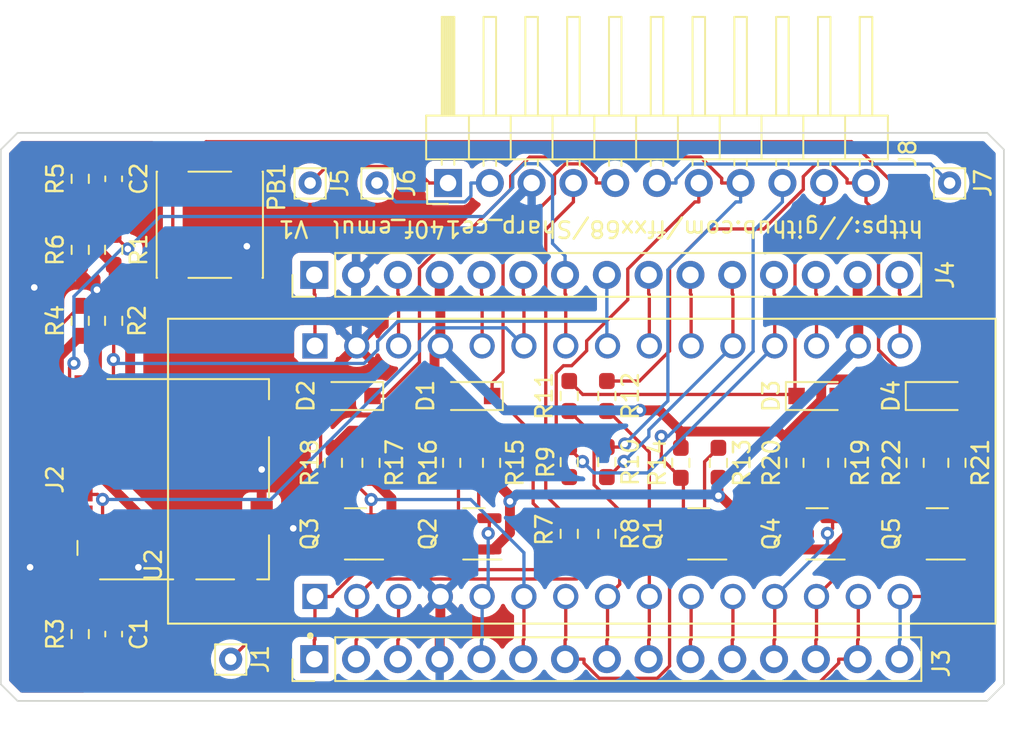
<source format=kicad_pcb>
(kicad_pcb (version 20211014) (generator pcbnew)
  (title_block (title "Sharp CE-140F Emulator") (date "2022-11-15") (rev "1") (comment 4 "AISLER Project ID: DIQRWUOC"))
  (layers (0 "F.Cu" signal) (31 "B.Cu" signal) (34 "B.Paste" user) (35 "F.Paste" user) (36 "B.SilkS" user "B.Silkscreen") (37 "F.SilkS" user "F.Silkscreen") (38 "B.Mask" user) (39 "F.Mask" user) (44 "Edge.Cuts" user))
  (property "CONFIGURATIONPARAMETERS" "")
  (property "CONFIGURATORNAME" "")
  (property "DOCUMENTNUMBER" "MB1136")
  (property "ISUSERCONFIGURABLE" "")
  (property "PROJECT" "NUCLEO-XXXXRX")
  (property "SHEETTOTAL" "5")
  (property "VERSIONCONTROL_PROJFOLDERREVNUMBER" "")
  (property "VERSIONCONTROL_REVNUMBER" "")
  (net 0 "")
  (net 1 "/conn_dout")
  (net 2 "/conn_din")
  (net 3 "/conn_sel2")
  (net 4 "/conn_sel1")
  (net 5 "+5V")
  (net 6 "GND")
  (net 7 "/conn_busy")
  (net 8 "/conn_xout")
  (net 9 "/conn_ack")
  (net 10 "+3V3")
  (net 11 "/sd_cd")
  (net 12 "/Level Conv2/conv_HV")
  (net 13 "/Level Conv3/conv_HV")
  (net 14 "/Level Conv4/conv_HV")
  (net 15 "/Level Conv5/conv_HV")
  (net 16 "/rc_btn")
  (net 17 "CN3_1")
  (net 18 "CN3_2")
  (net 19 "CN4_7")
  (net 20 "CN4_8")
  (net 21 "CN3_3")
  (net 22 "CN3_10")
  (net 23 "CN3_11")
  (net 24 "CN3_5")
  (net 25 "CN3_6")
  (net 26 "CN3_7")
  (net 27 "CN3_8")
  (net 28 "CN4_1")
  (net 29 "CN4_3")
  (net 30 "CN4_5")
  (net 31 "CN4_6")
  (net 32 "CN4_9")
  (net 33 "CN4_10")
  (net 34 "CN4_13")
  (net 35 "CN4_15")
  (net 36 "CN3_15")
  (net 37 "CN3_14")
  (net 38 "CN3_9")
  (net 39 "CN3_12")
  (net 40 "CN3_13")
  (net 41 "CN4_11")
  (net 42 "CN4_12")
  (net 43 "/conn_mtout2")
  (net 44 "/conn_vgg")
  (net 45 "/conn_xin")
  (footprint "Connector_Card:microSD_HC_Molex_104031-0811" (layer "F.Cu") (at 159.8295 137.922 90)
    (fp_text reference "J2")
    (fp_text value "Micro_SD_Card_Det")
  )
  (footprint "Capacitor_SMD:C_0603_1608Metric_Pad1.08x0.95mm_HandSolder" (layer "F.Cu") (at 156.21 147.32 90)
    (fp_text reference "C1")
    (fp_text value "100n")
  )
  (footprint "Resistor_SMD:R_0603_1608Metric_Pad0.98x0.95mm_HandSolder" (layer "F.Cu") (at 197.612 136.906 90)
    (fp_text reference "R20")
    (fp_text value "5k")
  )
  (footprint "Resistor_SMD:R_0603_1608Metric_Pad0.98x0.95mm_HandSolder" (layer "F.Cu") (at 154.178 128.27 90)
    (fp_text reference "R4")
    (fp_text value "47k")
  )
  (footprint "Resistor_SMD:R_0603_1608Metric_Pad0.98x0.95mm_HandSolder" (layer "F.Cu") (at 156.21 123.952 90)
    (fp_text reference "R1")
    (fp_text value "47k")
  )
  (footprint "Resistor_SMD:R_0603_1608Metric_Pad0.98x0.95mm_HandSolder" (layer "F.Cu") (at 204.9152 136.906 90)
    (fp_text reference "R22")
    (fp_text value "5k")
  )
  (footprint "Connector_Pin:Pin_D0.7mm_L6.5mm_W1.8mm_FlatFork" (layer "F.Cu") (at 163.322 148.844 90)
    (fp_text reference "J1")
    (fp_text value "Conn_01x01")
  )
  (footprint "Resistor_SMD:R_0603_1608Metric_Pad0.98x0.95mm_HandSolder" (layer "F.Cu") (at 200.152 136.906 -90)
    (fp_text reference "R19")
    (fp_text value "10k")
  )
  (footprint "Resistor_SMD:R_0603_1608Metric_Pad0.98x0.95mm_HandSolder" (layer "F.Cu") (at 186.182 141.224 -90)
    (fp_text reference "R8")
    (fp_text value "10k")
  )
  (footprint "Resistor_SMD:R_0603_1608Metric_Pad0.98x0.95mm_HandSolder" (layer "F.Cu") (at 179.1756 136.906 -90)
    (fp_text reference "R15")
    (fp_text value "10k")
  )
  (footprint "Resistor_SMD:R_0603_1608Metric_Pad0.98x0.95mm_HandSolder" (layer "F.Cu") (at 169.5617 136.906 90)
    (fp_text reference "R18")
    (fp_text value "5k")
  )
  (footprint "Connector_Pin:Pin_D0.7mm_L6.5mm_W1.8mm_FlatFork" (layer "F.Cu") (at 168.148 119.888 90)
    (fp_text reference "J5")
    (fp_text value "Conn_01x01")
  )
  (footprint "Package_TO_SOT_SMD:SOT-23" (layer "F.Cu") (at 198.9605 141.224 180)
    (fp_text reference "Q4")
    (fp_text value "BSS138")
  )
  (footprint "Diode_SMD:D_SOD-323_HandSoldering" (layer "F.Cu") (at 198.9605 132.842)
    (fp_text reference "D3")
    (fp_text value "1N4148")
  )
  (footprint "Diode_SMD:D_SOD-323_HandSoldering" (layer "F.Cu") (at 170.688 132.842 180)
    (fp_text reference "D2")
    (fp_text value "1N4148")
  )
  (footprint "Resistor_SMD:R_0603_1608Metric_Pad0.98x0.95mm_HandSolder" (layer "F.Cu") (at 154.178 147.32 -90)
    (fp_text reference "R3")
    (fp_text value "47k")
  )
  (footprint "Resistor_SMD:R_0603_1608Metric_Pad0.98x0.95mm_HandSolder" (layer "F.Cu") (at 154.178 123.952 90)
    (fp_text reference "R6")
    (fp_text value "100")
  )
  (footprint "MyLibrary:MODULE_NUCLEO-L432KC" (layer "F.Cu") (at 184.658 137.414 90)
    (fp_text reference "U2")
    (fp_text value "NUCLEO-L432KC")
  )
  (footprint "Connector_Pin:Pin_D0.7mm_L6.5mm_W1.8mm_FlatFork" (layer "F.Cu") (at 172.212 119.888 90)
    (fp_text reference "J6")
    (fp_text value "Conn_01x01")
  )
  (footprint "Resistor_SMD:R_0603_1608Metric_Pad0.98x0.95mm_HandSolder" (layer "F.Cu") (at 171.8477 136.906 -90)
    (fp_text reference "R17")
    (fp_text value "10k")
  )
  (footprint "Diode_SMD:D_SOD-323_HandSoldering" (layer "F.Cu") (at 177.9587 132.842 180)
    (fp_text reference "D1")
    (fp_text value "1N4148")
  )
  (footprint "Connector_PinHeader_2.54mm:PinHeader_1x11_P2.54mm_Horizontal" (layer "F.Cu") (at 176.53 119.888 90)
    (fp_text reference "J8")
    (fp_text value "Sharp PC 11-pin")
  )
  (footprint "Connector_Pin:Pin_D0.7mm_L6.5mm_W1.8mm_FlatFork" (layer "F.Cu") (at 207.01 119.888 90)
    (fp_text reference "J7")
    (fp_text value "Conn_01x01")
  )
  (footprint "Package_TO_SOT_SMD:SOT-23" (layer "F.Cu") (at 170.9102 141.224 180)
    (fp_text reference "Q3")
    (fp_text value "BSS138")
  )
  (footprint "Resistor_SMD:R_0603_1608Metric_Pad0.98x0.95mm_HandSolder" (layer "F.Cu") (at 156.21 128.27 -90)
    (fp_text reference "R2")
    (fp_text value "47k")
  )
  (footprint "Resistor_SMD:R_0603_1608Metric_Pad0.98x0.95mm_HandSolder" (layer "F.Cu") (at 207.4552 136.906 -90)
    (fp_text reference "R21")
    (fp_text value "10k")
  )
  (footprint "Package_TO_SOT_SMD:SOT-23" (layer "F.Cu") (at 178.1007 141.224 180)
    (fp_text reference "Q2")
    (fp_text value "BSS138")
  )
  (footprint "Resistor_SMD:R_0603_1608Metric_Pad0.98x0.95mm_HandSolder" (layer "F.Cu") (at 186.182 136.859 -90)
    (fp_text reference "R10")
    (fp_text value "10k")
  )
  (footprint "Package_TO_SOT_SMD:SOT-23" (layer "F.Cu") (at 191.77 141.224 180)
    (fp_text reference "Q1")
    (fp_text value "BSS138")
  )
  (footprint "Diode_SMD:D_SOD-323_HandSoldering" (layer "F.Cu") (at 206.248 132.842)
    (fp_text reference "D4")
    (fp_text value "1N4148")
  )
  (footprint "Resistor_SMD:R_0603_1608Metric_Pad0.98x0.95mm_HandSolder" (layer "F.Cu") (at 183.896 141.224 -90)
    (fp_text reference "R7")
    (fp_text value "10k")
  )
  (footprint "Resistor_SMD:R_0603_1608Metric_Pad0.98x0.95mm_HandSolder" (layer "F.Cu") (at 192.9615 136.906 -90)
    (fp_text reference "R13")
    (fp_text value "10k")
  )
  (footprint "Resistor_SMD:R_0603_1608Metric_Pad0.98x0.95mm_HandSolder" (layer "F.Cu") (at 186.182 132.842 -90)
    (fp_text reference "R12")
    (fp_text value "10k")
  )
  (footprint "Button_Switch_SMD:SW_Push_1P1T_NO_6x6mm_H9.5mm" (layer "F.Cu") (at 162.052 122.428 90)
    (fp_text reference "PB1")
    (fp_text value "User_button")
  )
  (footprint "Package_TO_SOT_SMD:SOT-23" (layer "F.Cu") (at 206.2637 141.224 180)
    (fp_text reference "Q5")
    (fp_text value "BSS138")
  )
  (footprint "Capacitor_SMD:C_0603_1608Metric_Pad1.08x0.95mm_HandSolder" (layer "F.Cu") (at 156.21 119.634 -90)
    (fp_text reference "C2")
    (fp_text value "100n")
  )
  (footprint "Resistor_SMD:R_0603_1608Metric_Pad0.98x0.95mm_HandSolder" (layer "F.Cu") (at 183.896 136.859 90)
    (fp_text reference "R9")
    (fp_text value "10k")
  )
  (footprint "Resistor_SMD:R_0603_1608Metric_Pad0.98x0.95mm_HandSolder" (layer "F.Cu") (at 190.6755 136.906 90)
    (fp_text reference "R14")
    (fp_text value "5k")
  )
  (footprint "Resistor_SMD:R_0603_1608Metric_Pad0.98x0.95mm_HandSolder" (layer "F.Cu") (at 176.7522 136.906 90)
    (fp_text reference "R16")
    (fp_text value "5k")
  )
  (footprint "Resistor_SMD:R_0603_1608Metric_Pad0.98x0.95mm_HandSolder" (layer "F.Cu") (at 154.178 119.634 -90)
    (fp_text reference "R5")
    (fp_text value "47k")
  )
  (footprint "Connector_PinHeader_2.54mm:PinHeader_1x15_P2.54mm_Vertical" (layer "F.Cu") (at 168.402 125.476 90)
    (fp_text reference "J4")
    (fp_text value "Conn_01x15")
  )
  (footprint "Resistor_SMD:R_0603_1608Metric_Pad0.98x0.95mm_HandSolder" (layer "F.Cu") (at 183.896 132.842 -90)
    (fp_text reference "R11")
    (fp_text value "10k")
  )
  (footprint "Connector_PinHeader_2.54mm:PinHeader_1x15_P2.54mm_Vertical" (layer "F.Cu") (at 168.402 148.844 90)
    (fp_text reference "J3")
    (fp_text value "Conn_01x15")
  )
  (gr_line (start 150.368 116.84) (end 149.352 117.856) (layer "Edge.Cuts") (width 0.1))
  (gr_line (start 149.352 150.368) (end 150.368 151.384) (layer "Edge.Cuts") (width 0.1))
  (gr_line (start 210.312 150.368) (end 209.296 151.384) (layer "Edge.Cuts") (width 0.1))
  (gr_line (start 209.296 116.84) (end 210.312 117.856) (layer "Edge.Cuts") (width 0.1))
  (gr_line (start 210.312 117.856) (end 210.312 150.368) (layer "Edge.Cuts") (width 0.1))
  (gr_line (start 209.296 151.384) (end 150.368 151.384) (layer "Edge.Cuts") (width 0.1))
  (gr_line (start 150.368 116.84) (end 209.296 116.84) (layer "Edge.Cuts") (width 0.1))
  (gr_line (start 149.352 117.856) (end 149.352 150.368) (layer "Edge.Cuts") (width 0.1))
  (gr_text "V1" (at 167.132 122.682 -180) (layer "F.SilkS") (effects (font (size 1 1))))
  (gr_text "https://github.com/ffxx68/Sharp_ce140f_emul" (at 187.452 122.682 -180) (layer "F.SilkS") (effects (font (size 1 1))))
  (segment (start 183.658 118.7248) (end 182.9996 119.3832) (width 0.2) (layer "F.Cu") (net 1))
  (segment (start 182.9996 120.5216) (end 179.873 123.6482) (width 0.2) (layer "F.Cu") (net 1))
  (segment (start 184.6641 118.7248) (end 183.658 118.7248) (width 0.2) (layer "F.Cu") (net 1))
  (segment (start 185.5397 119.6004) (end 184.6641 118.7248) (width 0.2) (layer "F.Cu") (net 1))
  (segment (start 182.9996 119.3832) (end 182.9996 120.5216) (width 0.2) (layer "F.Cu") (net 1))
  (segment (start 181.7019 135.1352) (end 181.7019 139.3671) (width 0.2) (layer "F.Cu") (net 1))
  (segment (start 179.2087 132.842) (end 179.2087 132.642) (width 0.2) (layer "F.Cu") (net 1))
  (segment (start 185.5397 119.888) (end 185.5397 119.6004) (width 0.2) (layer "F.Cu") (net 1))
  (segment (start 185.3838 141.1097) (end 186.182 140.3115) (width 0.2) (layer "F.Cu") (net 1))
  (segment (start 179.873 123.6482) (end 179.873 131.3774) (width 0.2) (layer "F.Cu") (net 1))
  (segment (start 179.873 131.3774) (end 179.2087 132.0417) (width 0.2) (layer "F.Cu") (net 1))
  (segment (start 179.2087 132.642) (end 179.2087 132.0417) (width 0.2) (layer "F.Cu") (net 1))
  (segment (start 181.7019 139.3671) (end 183.4445 141.1097) (width 0.2) (layer "F.Cu") (net 1))
  (segment (start 183.4445 141.1097) (end 185.3838 141.1097) (width 0.2) (layer "F.Cu") (net 1))
  (segment (start 186.69 119.888) (end 185.5397 119.888) (width 0.2) (layer "F.Cu") (net 1))
  (segment (start 179.2087 132.642) (end 181.7019 135.1352) (width 0.2) (layer "F.Cu") (net 1))
  (segment (start 191.8719 118.3126) (end 181.4917 118.3126) (width 0.2) (layer "F.Cu") (net 2))
  (segment (start 177.2178 123.3955) (end 176.4727 123.3955) (width 0.2) (layer "F.Cu") (net 2))
  (segment (start 194.31 119.888) (end 193.1597 119.888) (width 0.2) (layer "F.Cu") (net 2))
  (segment (start 174.793 130.7873) (end 172.7383 132.842) (width 0.2) (layer "F.Cu") (net 2))
  (segment (start 186.182 135.9465) (end 187.0829 135.9465) (width 0.2) (layer "F.Cu") (net 2))
  (segment (start 180.34 119.4643) (end 180.34 120.2733) (width 0.2) (layer "F.Cu") (net 2))
  (segment (start 174.793 125.0752) (end 174.793 130.7873) (width 0.2) (layer "F.Cu") (net 2))
  (segment (start 181.4917 118.3126) (end 180.34 119.4643) (width 0.2) (layer "F.Cu") (net 2))
  (segment (start 171.938 132.842) (end 172.7383 132.842) (width 0.2) (layer "F.Cu") (net 2))
  (segment (start 176.4727 123.3955) (end 174.793 125.0752) (width 0.2) (layer "F.Cu") (net 2))
  (segment (start 180.34 120.2733) (end 177.2178 123.3955) (width 0.2) (layer "F.Cu") (net 2))
  (segment (start 193.1597 119.6004) (end 191.8719 118.3126) (width 0.2) (layer "F.Cu") (net 2))
  (segment (start 193.1597 119.888) (end 193.1597 119.6004) (width 0.2) (layer "F.Cu") (net 2))
  (segment (start 187.0829 135.9465) (end 187.2687 135.7607) (width 0.2) (layer "F.Cu") (net 2))
  (via (at 187.2687 135.7607) (size 0.8) (drill 0.4) (layers "F.Cu" "B.Cu") (net 2))
  (segment (start 187.2687 135.7607) (end 189.8895 133.1399) (width 0.2) (layer "B.Cu") (net 2))
  (segment (start 194.0224 121.0383) (end 194.31 121.0383) (width 0.2) (layer "B.Cu") (net 2))
  (segment (start 189.8895 133.1399) (end 189.8895 125.1712) (width 0.2) (layer "B.Cu") (net 2))
  (segment (start 194.31 119.888) (end 194.31 121.0383) (width 0.2) (layer "B.Cu") (net 2))
  (segment (start 189.8895 125.1712) (end 194.0224 121.0383) (width 0.2) (layer "B.Cu") (net 2))
  (segment (start 183.896 131.9295) (end 184.7134 132.7469) (width 0.2) (layer "F.Cu") (net 3))
  (segment (start 184.7134 132.7469) (end 197.6154 132.7469) (width 0.2) (layer "F.Cu") (net 3))
  (segment (start 197.7105 132.842) (end 197.6154 132.7469) (width 0.2) (layer "F.Cu") (net 3))
  (segment (start 197.6154 122.8129) (end 199.39 121.0383) (width 0.2) (layer "F.Cu") (net 3))
  (segment (start 199.39 119.888) (end 199.39 121.0383) (width 0.2) (layer "F.Cu") (net 3))
  (segment (start 197.6154 132.7469) (end 197.6154 122.8129) (width 0.2) (layer "F.Cu") (net 3))
  (segment (start 189.992 130.1025) (end 189.992 125.0597) (width 0.2) (layer "F.Cu") (net 4))
  (segment (start 204.998 132.0417) (end 204.6979 132.0417) (width 0.2) (layer "F.Cu") (net 4))
  (segment (start 192.3697 122.682) (end 195.7203 122.682) (width 0.2) (layer "F.Cu") (net 4))
  (segment (start 204.6979 132.0417) (end 202.692 130.0358) (width 0.2) (layer "F.Cu") (net 4))
  (segment (start 198.12 119.4952) (end 198.8824 118.7328) (width 0.2) (layer "F.Cu") (net 4))
  (segment (start 201.93 119.888) (end 200.7797 119.888) (width 0.2) (layer "F.Cu") (net 4))
  (segment (start 199.8629 118.7328) (end 200.7797 119.6496) (width 0.2) (layer "F.Cu") (net 4))
  (segment (start 186.182 131.9295) (end 188.165 131.9295) (width 0.2) (layer "F.Cu") (net 4))
  (segment (start 204.998 132.842) (end 204.998 132.0417) (width 0.2) (layer "F.Cu") (net 4))
  (segment (start 195.7203 122.682) (end 198.12 120.2823) (width 0.2) (layer "F.Cu") (net 4))
  (segment (start 202.692 130.0358) (end 202.692 121.8003) (width 0.2) (layer "F.Cu") (net 4))
  (segment (start 202.692 121.8003) (end 201.93 121.0383) (width 0.2) (layer "F.Cu") (net 4))
  (segment (start 198.8824 118.7328) (end 199.8629 118.7328) (width 0.2) (layer "F.Cu") (net 4))
  (segment (start 189.992 125.0597) (end 192.3697 122.682) (width 0.2) (layer "F.Cu") (net 4))
  (segment (start 188.165 131.9295) (end 189.992 130.1025) (width 0.2) (layer "F.Cu") (net 4))
  (segment (start 200.7797 119.6496) (end 200.7797 119.888) (width 0.2) (layer "F.Cu") (net 4))
  (segment (start 198.12 120.2823) (end 198.12 119.4952) (width 0.2) (layer "F.Cu") (net 4))
  (segment (start 201.93 119.888) (end 201.93 121.0383) (width 0.2) (layer "F.Cu") (net 4))
  (segment (start 175.7083 130.1487) (end 176.063 129.794) (width 0.6) (layer "F.Cu") (net 5))
  (segment (start 188.1819 133.713) (end 189.3861 133.713) (width 0.6) (layer "F.Cu") (net 5))
  (segment (start 199.2101 133.1024) (end 196.9655 135.347) (width 0.6) (layer "F.Cu") (net 5))
  (segment (start 176.7522 135.9935) (end 175.7083 134.9496) (width 0.6) (layer "F.Cu") (net 5))
  (segment (start 176.022 125.476) (end 176.022 126.8263) (width 0.6) (layer "F.Cu") (net 5))
  (segment (start 189.3861 133.713) (end 190.6755 135.0024) (width 0.6) (layer "F.Cu") (net 5))
  (segment (start 199.4652 131.8345) (end 199.2101 132.0896) (width 0.6) (layer "F.Cu") (net 5))
  (segment (start 196.9655 135.347) (end 197.612 135.9935) (width 0.6) (layer "F.Cu") (net 5))
  (segment (start 204.9152 135.754) (end 200.9957 131.8345) (width 0.6) (layer "F.Cu") (net 5))
  (segment (start 169.5617 135.9935) (end 170.6056 134.9496) (width 0.6) (layer "F.Cu") (net 5))
  (segment (start 175.7083 134.9496) (end 175.7083 130.1487) (width 0.6) (layer "F.Cu") (net 5))
  (segment (start 200.9957 131.8345) (end 199.4652 131.8345) (width 0.6) (layer "F.Cu") (net 5))
  (segment (start 176.022 126.8263) (end 176.063 126.8673) (width 0.6) (layer "F.Cu") (net 5))
  (segment (start 170.6056 134.9496) (end 175.7083 134.9496) (width 0.6) (layer "F.Cu") (net 5))
  (segment (start 190.6755 135.0024) (end 196.6209 135.0024) (width 0.6) (layer "F.Cu") (net 5))
  (segment (start 176.063 126.8673) (end 176.063 129.794) (width 0.6) (layer "F.Cu") (net 5))
  (segment (start 190.6755 135.0024) (end 190.6755 135.9935) (width 0.6) (layer "F.Cu") (net 5))
  (segment (start 199.2101 132.0896) (end 199.2101 133.1024) (width 0.6) (layer "F.Cu") (net 5))
  (segment (start 204.9152 135.9935) (end 204.9152 135.754) (width 0.6) (layer "F.Cu") (net 5))
  (segment (start 196.6209 135.0024) (end 196.9655 135.347) (width 0.6) (layer "F.Cu") (net 5))
  (via (at 188.1819 133.713) (size 0.8) (drill 0.4) (layers "F.Cu" "B.Cu") (net 5))
  (segment (start 179.982 133.713) (end 188.1819 133.713) (width 0.6) (layer "B.Cu") (net 5))
  (segment (start 176.063 129.794) (end 179.982 133.713) (width 0.6) (layer "B.Cu") (net 5))
  (segment (start 167.122 140.8885) (end 167.1063 140.8885) (width 0.6) (layer "F.Cu") (net 6))
  (segment (start 155.4298 132.7717) (end 155.4298 135.527) (width 0.6) (layer "F.Cu") (net 6))
  (segment (start 154.178 125.364) (end 155.1939 126.3799) (width 0.6) (layer "F.Cu") (net 6))
  (segment (start 167.1063 140.8885) (end 166.3798 140.162) (width 0.6) (layer "F.Cu") (net 6))
  (segment (start 169.7109 131.0661) (end 170.983 129.794) (width 0.6) (layer "F.Cu") (net 6))
  (segment (start 167.1107 130.8355) (end 165.2045 132.7417) (width 0.6) (layer "F.Cu") (net 6))
  (segment (start 155.1939 126.3799) (end 155.1939 131.7026) (width 0.6) (layer "F.Cu") (net 6))
  (segment (start 165.2045 140.162) (end 166.3798 140.162) (width 0.6) (layer "F.Cu") (net 6))
  (segment (start 157.7116 143.2582) (end 156.969 143.2582) (width 0.6) (layer "F.Cu") (net 6))
  (segment (start 154.7773 132.1192) (end 154.7295 132.167) (width 0.6) (layer "F.Cu") (net 6))
  (segment (start 176.063 147.4527) (end 176.063 145.034) (width 0.6) (layer "F.Cu") (net 6))
  (segment (start 176.022 148.844) (end 176.022 147.4937) (width 0.6) (layer "F.Cu") (net 6))
  (segment (start 167.3413 131.0661) (end 169.7109 131.0661) (width 0.6) (layer "F.Cu") (net 6))
  (segment (start 156.969 143.2582) (end 156.21 144.0172) (width 0.6) (layer "F.Cu") (net 6))
  (segment (start 154.178 124.8645) (end 154.178 125.364) (width 0.6) (layer "F.Cu") (net 6))
  (segment (start 164.302 123.734) (end 164.302 126.403) (width 0.6) (layer "F.Cu") (net 6))
  (segment (start 165.2045 140.162) (end 165.2045 137.3095) (width 0.6) (layer "F.Cu") (net 6))
  (segment (start 154.3795 135.527) (end 155.4298 135.527) (width 0.6) (layer "F.Cu") (net 6))
  (segment (start 155.1939 131.7026) (end 154.7773 132.1192) (width 0.6) (layer "F.Cu") (net 6))
  (segment (start 164.302 118.453) (end 164.302 123.734) (width 0.6) (layer "F.Cu") (net 6))
  (segment (start 165.2045 137.3095) (end 165.2045 134.192) (width 0.6) (layer "F.Cu") (net 6))
  (segment (start 176.022 147.4937) (end 176.063 147.4527) (width 0.6) (layer "F.Cu") (net 6))
  (segment (start 164.302 126.403) (end 164.302 128.0268) (width 0.6) (layer "F.Cu") (net 6))
  (segment (start 154.7773 132.1192) (end 155.4298 132.7717) (width 0.6) (layer "F.Cu") (net 6))
  (segment (start 164.302 128.0268) (end 167.1107 130.8355) (width 0.6) (layer "F.Cu") (net 6))
  (segment (start 156.21 146.4575) (end 156.21 144.0172) (width 0.6) (layer "F.Cu") (net 6))
  (segment (start 156.21 144.0172) (end 155.6798 143.487) (width 0.6) (layer "F.Cu") (net 6))
  (segment (start 154.5045 143.487) (end 155.6798 143.487) (width 0.6) (layer "F.Cu") (net 6))
  (segment (start 167.1107 130.8355) (end 167.3413 131.0661) (width 0.6) (layer "F.Cu") (net 6))
  (segment (start 165.2045 134.192) (end 165.2045 132.7417) (width 0.6) (layer "F.Cu") (net 6))
  (via (at 167.122 140.8885) (size 0.8) (drill 0.4) (layers "F.Cu" "B.Cu") (net 6))
  (via (at 151.13 143.256) (size 0.8) (drill 0.4) (layers "F.Cu" "B.Cu") (net 6))
  (via (at 165.2045 137.3095) (size 0.8) (drill 0.4) (layers "F.Cu" "B.Cu") (net 6))
  (via (at 157.7116 143.2582) (size 0.8) (drill 0.4) (layers "F.Cu" "B.Cu") (net 6))
  (via (at 164.302 123.734) (size 0.8) (drill 0.4) (layers "F.Cu" "B.Cu") (net 6))
  (via (at 151.384 126.238) (size 0.8) (drill 0.4) (layers "F.Cu" "B.Cu") (net 6))
  (via (at 155.1939 126.3799) (size 0.8) (drill 0.4) (layers "F.Cu" "B.Cu") (net 6))
  (segment (start 167.122 140.8885) (end 160.0813 140.8885) (width 0.6) (layer "B.Cu") (net 6))
  (segment (start 160.0813 140.8885) (end 157.7116 143.2582) (width 0.6) (layer "B.Cu") (net 6))
  (segment (start 173.4542 122.9638) (end 178.5342 122.9638) (width 0.6) (layer "B.Cu") (net 6))
  (segment (start 170.3465 127.4218) (end 170.942 126.8263) (width 0.6) (layer "B.Cu") (net 6))
  (segment (start 156.2358 127.4218) (end 170.3465 127.4218) (width 0.6) (layer "B.Cu") (net 6))
  (segment (start 170.3465 127.4218) (end 170.983 128.0583) (width 0.6) (layer "B.Cu") (net 6))
  (segment (start 155.1939 126.3799) (end 156.2358 127.4218) (width 0.6) (layer "B.Cu") (net 6))
  (segment (start 171.9175 140.8885) (end 167.122 140.8885) (width 0.6) (layer "B.Cu") (net 6))
  (segment (start 170.942 125.476) (end 173.4542 122.9638) (width 0.6) (layer "B.Cu") (net 6))
  (segment (start 178.5342 122.9638) (end 181.61 119.888) (width 0.6) (layer "B.Cu") (net 6))
  (segment (start 170.983 128.0583) (end 170.983 129.794) (width 0.6) (layer "B.Cu") (net 6))
  (segment (start 176.063 145.034) (end 171.9175 140.8885) (width 0.6) (layer "B.Cu") (net 6))
  (segment (start 170.942 125.476) (end 170.942 126.8263) (width 0.6) (layer "B.Cu") (net 6))
  (segment (start 182.4684 138.8839) (end 182.4684 122.7199) (width 0.2) (layer "F.Cu") (net 7))
  (segment (start 183.896 140.3115) (end 182.4684 138.8839) (width 0.2) (layer "F.Cu") (net 7))
  (segment (start 184.15 119.888) (end 184.15 121.0383) (width 0.2) (layer "F.Cu") (net 7))
  (segment (start 182.4684 122.7199) (end 184.15 121.0383) (width 0.2) (layer "F.Cu") (net 7))
  (segment (start 187.452 126.9943) (end 187.452 125.118) (width 0.2) (layer "F.Cu") (net 8))
  (segment (start 183.1045 136.98) (end 183.1045 131.4371) (width 0.2) (layer "F.Cu") (net 8))
  (segment (start 184.0408 131) (end 184.953 130.0878) (width 0.2) (layer "F.Cu") (net 8))
  (segment (start 191.77 119.888) (end 191.77 121.0383) (width 0.2) (layer "F.Cu") (net 8))
  (segment (start 183.1045 131.4371) (end 183.5416 131) (width 0.2) (layer "F.Cu") (net 8))
  (segment (start 184.953 129.4933) (end 187.452 126.9943) (width 0.2) (layer "F.Cu") (net 8))
  (segment (start 183.896 137.7715) (end 183.1045 136.98) (width 0.2) (layer "F.Cu") (net 8))
  (segment (start 187.452 125.118) (end 191.5317 121.0383) (width 0.2) (layer "F.Cu") (net 8))
  (segment (start 191.5317 121.0383) (end 191.77 121.0383) (width 0.2) (layer "F.Cu") (net 8))
  (segment (start 184.953 130.0878) (end 184.953 129.4933) (width 0.2) (layer "F.Cu") (net 8))
  (segment (start 183.5416 131) (end 184.0408 131) (width 0.2) (layer "F.Cu") (net 8))
  (segment (start 190.8325 137.9755) (end 190.6755 137.8185) (width 0.2) (layer "F.Cu") (net 9))
  (segment (start 190.6755 137.8185) (end 189.491 136.634) (width 0.2) (layer "F.Cu") (net 9))
  (segment (start 190.8325 141.224) (end 190.8325 137.9755) (width 0.2) (layer "F.Cu") (net 9))
  (segment (start 189.491 136.634) (end 189.491 135.2976) (width 0.2) (layer "F.Cu") (net 9))
  (via (at 189.491 135.2976) (size 0.8) (drill 0.4) (layers "F.Cu" "B.Cu") (net 9))
  (segment (start 189.9021 135.2976) (end 195.072 130.1277) (width 0.2) (layer "B.Cu") (net 9))
  (segment (start 196.85 119.888) (end 196.85 121.0383) (width 0.2) (layer "B.Cu") (net 9))
  (segment (start 195.072 130.1277) (end 195.072 122.8163) (width 0.2) (layer "B.Cu") (net 9))
  (segment (start 189.491 135.2976) (end 189.9021 135.2976) (width 0.2) (layer "B.Cu") (net 9))
  (segment (start 195.072 122.8163) (end 196.85 121.0383) (width 0.2) (layer "B.Cu") (net 9))
  (segment (start 156.21 148.1112) (end 155.8817 148.1112) (width 0.6) (layer "F.Cu") (net 10))
  (segment (start 153.3292 137.727) (end 152.8822 137.28) (width 0.6) (layer "F.Cu") (net 10))
  (segment (start 201.422 126.8263) (end 201.463 126.8673) (width 0.6) (layer "F.Cu") (net 10))
  (segment (start 155.194 121.5625) (end 154.178 120.5465) (width 0.6) (layer "F.Cu") (net 10))
  (segment (start 156.21 148.1112) (end 156.21 148.1825) (width 0.6) (layer "F.Cu") (net 10))
  (segment (start 201.1364 138.8029) (end 201.1364 140.9356) (width 0.6) (layer "F.Cu") (net 10))
  (segment (start 192.9615 137.8185) (end 192.9615 138.9098) (width 0.6) (layer "F.Cu") (net 10))
  (segment (start 174.3295 142.174) (end 179.0382 142.174) (width 0.6) (layer "F.Cu") (net 10))
  (segment (start 193.0812 138.9098) (end 193.9459 139.7745) (width 0.6) (layer "F.Cu") (net 10))
  (segment (start 207.4552 137.8185) (end 208.4611 138.8244) (width 0.6) (layer "F.Cu") (net 10))
  (segment (start 156.21 124.8645) (end 155.194 123.8485) (width 0.6) (layer "F.Cu") (net 10))
  (segment (start 192.9615 138.9098) (end 193.0812 138.9098) (width 0.6) (layer "F.Cu") (net 10))
  (segment (start 152.8822 137.28) (end 152.8822 130.4783) (width 0.6) (layer "F.Cu") (net 10))
  (segment (start 152.8822 130.4783) (end 154.178 129.1825) (width 0.6) (layer "F.Cu") (net 10))
  (segment (start 157.2124 128.3599) (end 157.2124 135.9444) (width 0.6) (layer "F.Cu") (net 10))
  (segment (start 173.0886 140.9331) (end 171.8477 142.174) (width 0.6) (layer "F.Cu") (net 10))
  (segment (start 157.2124 135.9444) (end 155.4298 137.727) (width 0.6) (layer "F.Cu") (net 10))
  (segment (start 155.194 123.8485) (end 155.194 121.5625) (width 0.6) (layer "F.Cu") (net 10))
  (segment (start 173.0886 139.0594) (end 171.8477 137.8185) (width 0.6) (layer "F.Cu") (net 10))
  (segment (start 201.422 125.476) (end 201.422 126.8263) (width 0.6) (layer "F.Cu") (net 10))
  (segment (start 156.21 127.3575) (end 157.2124 128.3599) (width 0.6) (layer "F.Cu") (net 10))
  (segment (start 158.8262 145.495) (end 156.21 148.1112) (width 0.6) (layer "F.Cu") (net 10))
  (segment (start 180.2915 138.9344) (end 180.2915 139.2462) (width 0.6) (layer "F.Cu") (net 10))
  (segment (start 200.152 137.8185) (end 201.1364 138.8029) (width 0.6) (layer "F.Cu") (net 10))
  (segment (start 173.0886 140.9331) (end 173.0886 139.0594) (width 0.6) (layer "F.Cu") (net 10))
  (segment (start 159.5293 142.174) (end 159.5293 141.8265) (width 0.6) (layer "F.Cu") (net 10))
  (segment (start 154.3795 137.727) (end 155.4298 137.727) (width 0.6) (layer "F.Cu") (net 10))
  (segment (start 159.5293 141.8265) (end 155.4298 137.727) (width 0.6) (layer "F.Cu") (net 10))
  (segment (start 180.2915 139.2462) (end 180.2915 141.1579) (width 0.6) (layer "F.Cu") (net 10))
  (segment (start 201.1364 140.9356) (end 202.3748 142.174) (width 0.6) (layer "F.Cu") (net 10))
  (segment (start 180.2915 141.1579) (end 179.2754 142.174) (width 0.6) (layer "F.Cu") (net 10))
  (segment (start 201.463 126.8673) (end 201.463 129.794) (width 0.6) (layer "F.Cu") (net 10))
  (segment (start 154.3795 137.727) (end 153.3292 137.727) (width 0.6) (layer "F.Cu") (net 10))
  (segment (start 202.3748 142.174) (end 207.2012 142.174) (width 0.6) (layer "F.Cu") (net 10))
  (segment (start 159.5293 142.174) (end 158.8262 142.8771) (width 0.6) (layer "F.Cu") (net 10))
  (segment (start 201.1364 140.9356) (end 199.898 142.174) (width 0.6) (layer "F.Cu") (net 10))
  (segment (start 193.9459 139.7745) (end 193.9459 140.9356) (width 0.6) (layer "F.Cu") (net 10))
  (segment (start 156.21 127.3575) (end 156.21 124.8645) (width 0.6) (layer "F.Cu") (net 10))
  (segment (start 173.0886 140.9331) (end 174.3295 142.174) (width 0.6) (layer "F.Cu") (net 10))
  (segment (start 208.4611 138.8244) (end 208.4611 140.9141) (width 0.6) (layer "F.Cu") (net 10))
  (segment (start 179.1756 137.8185) (end 180.2915 138.9344) (width 0.6) (layer "F.Cu") (net 10))
  (segment (start 199.898 142.174) (end 195.1843 142.174) (width 0.6) (layer "F.Cu") (net 10))
  (segment (start 179.2754 142.174) (end 179.0382 142.174) (width 0.6) (layer "F.Cu") (net 10))
  (segment (start 193.9459 140.9356) (end 192.7075 142.174) (width 0.6) (layer "F.Cu") (net 10))
  (segment (start 195.1843 142.174) (end 193.9459 140.9356) (width 0.6) (layer "F.Cu") (net 10))
  (segment (start 208.4611 140.9141) (end 207.2012 142.174) (width 0.6) (layer "F.Cu") (net 10))
  (segment (start 158.8262 142.8771) (end 158.8262 145.495) (width 0.6) (layer "F.Cu") (net 10))
  (segment (start 171.8477 142.174) (end 159.5293 142.174) (width 0.6) (layer "F.Cu") (net 10))
  (segment (start 155.8817 148.1112) (end 154.178 146.4075) (width 0.6) (layer "F.Cu") (net 10))
  (via (at 192.9615 138.9098) (size 0.8) (drill 0.4) (layers "F.Cu" "B.Cu") (net 10))
  (via (at 180.2915 139.2462) (size 0.8) (drill 0.4) (layers "F.Cu" "B.Cu") (net 10))
  (segment (start 201.463 129.794) (end 192.8291 138.4279) (width 0.6) (layer "B.Cu") (net 10))
  (segment (start 180.7087 138.829) (end 180.2915 139.2462) (width 0.6) (layer "B.Cu") (net 10))
  (segment (start 192.8291 138.4279) (end 192.8291 138.829) (width 0.6) (layer "B.Cu") (net 10))
  (segment (start 192.9099 138.9098) (end 192.9615 138.9098) (width 0.6) (layer "B.Cu") (net 10))
  (segment (start 192.8291 138.829) (end 180.7087 138.829) (width 0.6) (layer "B.Cu") (net 10))
  (segment (start 192.8291 138.829) (end 192.9099 138.9098) (width 0.6) (layer "B.Cu") (net 10))
  (segment (start 163.322 148.844) (end 164.2295 147.9365) (width 0.2) (layer "F.Cu") (net 11))
  (segment (start 164.2295 147.9365) (end 164.2295 143.662) (width 0.2) (layer "F.Cu") (net 11))
  (segment (start 177.5345 134.4681) (end 176.7087 133.6423) (width 0.2) (layer "F.Cu") (net 12))
  (segment (start 177.5345 137.0362) (end 177.5345 134.4681) (width 0.2) (layer "F.Cu") (net 12))
  (segment (start 176.7087 132.842) (end 176.7087 133.6423) (width 0.2) (layer "F.Cu") (net 12))
  (segment (start 177.1632 141.224) (end 177.1632 138.2295) (width 0.2) (layer "F.Cu") (net 12))
  (segment (start 177.1632 138.2295) (end 176.7522 137.8185) (width 0.2) (layer "F.Cu") (net 12))
  (segment (start 176.7522 137.8185) (end 177.5345 137.0362) (width 0.2) (layer "F.Cu") (net 12))
  (segment (start 168.7852 137.042) (end 168.7852 134.2951) (width 0.2) (layer "F.Cu") (net 13))
  (segment (start 168.7852 134.2951) (end 169.438 133.6423) (width 0.2) (layer "F.Cu") (net 13))
  (segment (start 169.5617 137.8185) (end 168.7852 137.042) (width 0.2) (layer "F.Cu") (net 13))
  (segment (start 169.438 132.842) (end 169.438 133.6423) (width 0.2) (layer "F.Cu") (net 13))
  (segment (start 169.5617 140.813) (end 169.5617 137.8185) (width 0.2) (layer "F.Cu") (net 13))
  (segment (start 169.9727 141.224) (end 169.5617 140.813) (width 0.2) (layer "F.Cu") (net 13))
  (segment (start 197.612 137.8185) (end 197.612 140.813) (width 0.2) (layer "F.Cu") (net 14))
  (segment (start 200.2105 133.6423) (end 198.6482 135.2046) (width 0.2) (layer "F.Cu") (net 14))
  (segment (start 197.612 140.813) (end 198.023 141.224) (width 0.2) (layer "F.Cu") (net 14))
  (segment (start 198.6482 135.2046) (end 198.6482 136.7823) (width 0.2) (layer "F.Cu") (net 14))
  (segment (start 200.2105 132.842) (end 200.2105 133.6423) (width 0.2) (layer "F.Cu") (net 14))
  (segment (start 198.6482 136.7823) (end 197.612 137.8185) (width 0.2) (layer "F.Cu") (net 14))
  (segment (start 207.498 132.842) (end 207.498 133.6423) (width 0.2) (layer "F.Cu") (net 15))
  (segment (start 204.9152 137.8185) (end 206.1852 136.5485) (width 0.2) (layer "F.Cu") (net 15))
  (segment (start 205.3262 141.224) (end 204.9152 140.813) (width 0.2) (layer "F.Cu") (net 15))
  (segment (start 206.1852 134.9551) (end 207.498 133.6423) (width 0.2) (layer "F.Cu") (net 15))
  (segment (start 206.1852 136.5485) (end 206.1852 134.9551) (width 0.2) (layer "F.Cu") (net 15))
  (segment (start 204.9152 140.813) (end 204.9152 137.8185) (width 0.2) (layer "F.Cu") (net 15))
  (segment (start 155.4164 119.7029) (end 153.7369 119.7029) (width 0.2) (layer "F.Cu") (net 16))
  (segment (start 153.7369 119.7029) (end 153.3514 120.0884) (width 0.2) (layer "F.Cu") (net 16))
  (segment (start 156.21 120.4965) (end 155.4164 119.7029) (width 0.2) (layer "F.Cu") (net 16))
  (segment (start 153.3514 122.2129) (end 154.178 123.0395) (width 0.2) (layer "F.Cu") (net 16))
  (segment (start 153.3514 120.0884) (end 153.3514 122.2129) (width 0.2) (layer "F.Cu") (net 16))
  (segment (start 169.5083 144.9593) (end 169.5083 145.034) (width 0.2) (layer "F.Cu") (net 17))
  (segment (start 171.0651 143.4025) (end 169.5083 144.9593) (width 0.2) (layer "F.Cu") (net 17))
  (segment (start 168.443 145.034) (end 169.5083 145.034) (width 0.2) (layer "F.Cu") (net 17))
  (segment (start 183.896 142.1365) (end 182.63 143.4025) (width 0.2) (layer "F.Cu") (net 17))
  (segment (start 168.402 147.6937) (end 168.443 147.6527) (width 0.2) (layer "F.Cu") (net 17))
  (segment (start 168.443 147.6527) (end 168.443 145.034) (width 0.2) (layer "F.Cu") (net 17))
  (segment (start 168.402 148.844) (end 168.402 147.6937) (width 0.2) (layer "F.Cu") (net 17))
  (segment (start 182.63 143.4025) (end 171.0651 143.4025) (width 0.2) (layer "F.Cu") (net 17))
  (segment (start 184.3499 143.9686) (end 186.182 142.1365) (width 0.2) (layer "F.Cu") (net 18))
  (segment (start 170.983 147.6527) (end 170.983 145.034) (width 0.2) (layer "F.Cu") (net 18))
  (segment (start 170.983 145.034) (end 172.0484 143.9686) (width 0.2) (layer "F.Cu") (net 18))
  (segment (start 172.0484 143.9686) (end 184.3499 143.9686) (width 0.2) (layer "F.Cu") (net 18))
  (segment (start 170.942 147.6937) (end 170.983 147.6527) (width 0.2) (layer "F.Cu") (net 18))
  (segment (start 170.942 148.844) (end 170.942 147.6937) (width 0.2) (layer "F.Cu") (net 18))
  (segment (start 183.683 126.6673) (end 183.683 129.794) (width 0.2) (layer "F.Cu") (net 19))
  (segment (start 153.5292 131.112) (end 153.7962 130.845) (width 0.2) (layer "F.Cu") (net 19))
  (segment (start 183.642 125.476) (end 183.642 126.6263) (width 0.2) (layer "F.Cu") (net 19))
  (segment (start 183.642 126.6263) (end 183.683 126.6673) (width 0.2) (layer "F.Cu") (net 19))
  (segment (start 157.0675 123.897) (end 156.21 123.0395) (width 0.2) (layer "F.Cu") (net 19))
  (segment (start 153.5292 134.427) (end 153.5292 131.112) (width 0.2) (layer "F.Cu") (net 19))
  (segment (start 154.3795 134.427) (end 153.5292 134.427) (width 0.2) (layer "F.Cu") (net 19))
  (via (at 157.0675 123.897) (size 0.8) (drill 0.4) (layers "F.Cu" "B.Cu") (net 19))
  (via (at 153.7962 130.845) (size 0.8) (drill 0.4) (layers "F.Cu" "B.Cu") (net 19))
  (segment (start 153.7962 126.7872) (end 153.7962 130.845) (width 0.2) (layer "B.Cu") (net 19))
  (segment (start 183.642 124.3257) (end 182.88 123.5637) (width 0.2) (layer "B.Cu") (net 19))
  (segment (start 157.0675 123.897) (end 156.6864 123.897) (width 0.2) (layer "B.Cu") (net 19))
  (segment (start 183.642 125.476) (end 183.642 124.3257) (width 0.2) (layer "B.Cu") (net 19))
  (segment (start 182.88 119.5279) (end 182.0642 118.7121) (width 0.2) (layer "B.Cu") (net 19))
  (segment (start 156.6864 123.897) (end 153.7962 126.7872) (width 0.2) (layer "B.Cu") (net 19))
  (segment (start 182.88 123.5637) (end 182.88 119.5279) (width 0.2) (layer "B.Cu") (net 19))
  (segment (start 181.1544 118.7121) (end 180.4596 119.4069) (width 0.2) (layer "B.Cu") (net 19))
  (segment (start 182.0642 118.7121) (end 181.1544 118.7121) (width 0.2) (layer "B.Cu") (net 19))
  (segment (start 180.4596 120.1573) (end 178.6908 121.9261) (width 0.2) (layer "B.Cu") (net 19))
  (segment (start 159.0384 121.9261) (end 157.0675 123.897) (width 0.2) (layer "B.Cu") (net 19))
  (segment (start 180.4596 119.4069) (end 180.4596 120.1573) (width 0.2) (layer "B.Cu") (net 19))
  (segment (start 178.6908 121.9261) (end 159.0384 121.9261) (width 0.2) (layer "B.Cu") (net 19))
  (segment (start 156.1954 135.6614) (end 155.2298 136.627) (width 0.2) (layer "F.Cu") (net 20))
  (segment (start 154.3795 136.627) (end 155.2298 136.627) (width 0.2) (layer "F.Cu") (net 20))
  (segment (start 156.21 130.6119) (end 156.1954 130.6265) (width 0.2) (layer "F.Cu") (net 20))
  (segment (start 156.21 129.1825) (end 156.21 130.6119) (width 0.2) (layer "F.Cu") (net 20))
  (segment (start 156.1954 130.6265) (end 156.1954 135.6614) (width 0.2) (layer "F.Cu") (net 20))
  (via (at 156.1954 130.6265) (size 0.8) (drill 0.4) (layers "F.Cu" "B.Cu") (net 20))
  (segment (start 186.182 128.2967) (end 186.182 129.753) (width 0.2) (layer "B.Cu") (net 20))
  (segment (start 172.253 129.5184) (end 172.253 130.0319) (width 0.2) (layer "B.Cu") (net 20))
  (segment (start 186.182 129.753) (end 186.223 129.794) (width 0.2) (layer "B.Cu") (net 20))
  (segment (start 186.182 126.6263) (end 186.182 128.2967) (width 0.2) (layer "B.Cu") (net 20))
  (segment (start 172.253 130.0319) (end 171.4255 130.8594) (width 0.2) (layer "B.Cu") (net 20))
  (segment (start 173.4747 128.2967) (end 172.253 129.5184) (width 0.2) (layer "B.Cu") (net 20))
  (segment (start 156.4283 130.8594) (end 156.1954 130.6265) (width 0.2) (layer "B.Cu") (net 20))
  (segment (start 186.182 128.2967) (end 173.4747 128.2967) (width 0.2) (layer "B.Cu") (net 20))
  (segment (start 186.182 125.476) (end 186.182 126.6263) (width 0.2) (layer "B.Cu") (net 20))
  (segment (start 171.4255 130.8594) (end 156.4283 130.8594) (width 0.2) (layer "B.Cu") (net 20))
  (segment (start 173.523 147.6527) (end 173.523 145.034) (width 0.2) (layer "F.Cu") (net 21))
  (segment (start 173.482 148.844) (end 173.482 147.6937) (width 0.2) (layer "F.Cu") (net 21))
  (segment (start 173.482 147.6937) (end 173.523 147.6527) (width 0.2) (layer "F.Cu") (net 21))
  (segment (start 191.303 147.6527) (end 191.303 145.034) (width 0.2) (layer "F.Cu") (net 22))
  (segment (start 191.262 147.6937) (end 191.303 147.6527) (width 0.2) (layer "F.Cu") (net 22))
  (segment (start 191.262 148.844) (end 191.262 147.6937) (width 0.2) (layer "F.Cu") (net 22))
  (segment (start 193.802 147.6937) (end 193.843 147.6527) (width 0.2) (layer "F.Cu") (net 23))
  (segment (start 193.843 147.6527) (end 193.843 145.034) (width 0.2) (layer "F.Cu") (net 23))
  (segment (start 193.802 148.844) (end 193.802 147.6937) (width 0.2) (layer "F.Cu") (net 23))
  (segment (start 179.0382 140.274) (end 179.0382 141.1286) (width 0.2) (layer "F.Cu") (net 24))
  (segment (start 178.3945 136.7746) (end 179.1756 135.9935) (width 0.2) (layer "F.Cu") (net 24))
  (segment (start 179.0382 140.274) (end 178.3945 139.6303) (width 0.2) (layer "F.Cu") (net 24))
  (segment (start 178.3945 139.6303) (end 178.3945 136.7746) (width 0.2) (layer "F.Cu") (net 24))
  (segment (start 179.0382 141.1286) (end 178.9701 141.1967) (width 0.2) (layer "F.Cu") (net 24))
  (via (at 178.9701 141.1967) (size 0.8) (drill 0.4) (layers "F.Cu" "B.Cu") (net 24))
  (segment (start 178.9701 144.6669) (end 178.9701 141.1967) (width 0.2) (layer "B.Cu") (net 24))
  (segment (start 178.603 145.034) (end 178.9701 144.6669) (width 0.2) (layer "B.Cu") (net 24))
  (segment (start 178.562 148.844) (end 178.562 147.6937) (width 0.2) (layer "B.Cu") (net 24))
  (segment (start 178.603 147.6527) (end 178.562 147.6937) (width 0.2) (layer "B.Cu") (net 24))
  (segment (start 178.603 145.034) (end 178.603 147.6527) (width 0.2) (layer "B.Cu") (net 24))
  (segment (start 181.102 147.6937) (end 181.143 147.6527) (width 0.2) (layer "F.Cu") (net 25))
  (segment (start 181.143 147.6527) (end 181.143 145.034) (width 0.2) (layer "F.Cu") (net 25))
  (segment (start 171.8613 139.1394) (end 171.0706 138.3487) (width 0.2) (layer "F.Cu") (net 25))
  (segment (start 171.0706 136.7706) (end 171.8477 135.9935) (width 0.2) (layer "F.Cu") (net 25))
  (segment (start 171.0706 138.3487) (end 171.0706 136.7706) (width 0.2) (layer "F.Cu") (net 25))
  (segment (start 171.8477 139.153) (end 171.8613 139.1394) (width 0.2) (layer "F.Cu") (net 25))
  (segment (start 181.102 148.844) (end 181.102 147.6937) (width 0.2) (layer "F.Cu") (net 25))
  (segment (start 171.8477 140.274) (end 171.8477 139.153) (width 0.2) (layer "F.Cu") (net 25))
  (via (at 171.8613 139.1394) (size 0.8) (drill 0.4) (layers "F.Cu" "B.Cu") (net 25))
  (segment (start 177.9095 139.1394) (end 171.8613 139.1394) (width 0.2) (layer "B.Cu") (net 25))
  (segment (start 181.143 145.034) (end 181.143 142.3729) (width 0.2) (layer "B.Cu") (net 25))
  (segment (start 181.143 142.3729) (end 177.9095 139.1394) (width 0.2) (layer "B.Cu") (net 25))
  (segment (start 184.7923 148.844) (end 184.7923 149.0823) (width 0.2) (layer "F.Cu") (net 26))
  (segment (start 183.642 148.844) (end 184.7923 148.844) (width 0.2) (layer "F.Cu") (net 26))
  (segment (start 192.1209 139.6874) (end 192.1209 136.8341) (width 0.2) (layer "F.Cu") (net 26))
  (segment (start 192.7075 140.7365) (end 192.7075 140.274) (width 0.2) (layer "F.Cu") (net 26))
  (segment (start 184.7923 149.0823) (end 185.7177 150.0077) (width 0.2) (layer "F.Cu") (net 26))
  (segment (start 183.642 148.844) (end 183.642 147.6937) (width 0.2) (layer "F.Cu") (net 26))
  (segment (start 192.1209 136.8341) (end 192.9615 135.9935) (width 0.2) (layer "F.Cu") (net 26))
  (segment (start 185.7177 150.0077) (end 189.2477 150.0077) (width 0.2) (layer "F.Cu") (net 26))
  (segment (start 189.992 149.2634) (end 189.992 143.452) (width 0.2) (layer "F.Cu") (net 26))
  (segment (start 189.992 143.452) (end 192.7075 140.7365) (width 0.2) (layer "F.Cu") (net 26))
  (segment (start 183.642 147.6937) (end 183.683 147.6527) (width 0.2) (layer "F.Cu") (net 26))
  (segment (start 192.7075 140.274) (end 192.1209 139.6874) (width 0.2) (layer "F.Cu") (net 26))
  (segment (start 189.2477 150.0077) (end 189.992 149.2634) (width 0.2) (layer "F.Cu") (net 26))
  (segment (start 183.683 147.6527) (end 183.683 145.034) (width 0.2) (layer "F.Cu") (net 26))
  (segment (start 186.9609 144.2961) (end 186.9609 139.8001) (width 0.2) (layer "F.Cu") (net 27))
  (segment (start 185.4057 138.2449) (end 185.4057 135.2642) (width 0.2) (layer "F.Cu") (net 27))
  (segment (start 186.9609 139.8001) (end 185.4057 138.2449) (width 0.2) (layer "F.Cu") (net 27))
  (segment (start 186.182 147.6937) (end 186.223 147.6527) (width 0.2) (layer "F.Cu") (net 27))
  (segment (start 186.223 145.034) (end 186.9609 144.2961) (width 0.2) (layer "F.Cu") (net 27))
  (segment (start 185.4057 135.2642) (end 183.896 133.7545) (width 0.2) (layer "F.Cu") (net 27))
  (segment (start 186.182 148.844) (end 186.182 147.6937) (width 0.2) (layer "F.Cu") (net 27))
  (segment (start 186.223 147.6527) (end 186.223 145.034) (width 0.2) (layer "F.Cu") (net 27))
  (segment (start 168.402 125.476) (end 168.402 126.6263) (width 0.2) (layer "F.Cu") (net 28))
  (segment (start 168.402 126.6263) (end 168.443 126.6673) (width 0.2) (layer "F.Cu") (net 28))
  (segment (start 168.443 126.6673) (end 168.443 128.7287) (width 0.2) (layer "F.Cu") (net 28))
  (segment (start 168.443 129.794) (end 168.443 128.7287) (width 0.2) (layer "F.Cu") (net 28))
  (segment (start 173.482 126.6263) (end 173.523 126.6673) (width 0.2) (layer "F.Cu") (net 29))
  (segment (start 173.482 125.476) (end 173.482 126.6263) (width 0.2) (layer "F.Cu") (net 29))
  (segment (start 173.523 126.6673) (end 173.523 129.794) (width 0.2) (layer "F.Cu") (net 29))
  (segment (start 178.562 126.6263) (end 178.603 126.6673) (width 0.2) (layer "F.Cu") (net 30))
  (segment (start 178.603 126.6673) (end 178.603 129.794) (width 0.2) (layer "F.Cu") (net 30))
  (segment (start 178.562 125.476) (end 178.562 126.6263) (width 0.2) (layer "F.Cu") (net 30))
  (segment (start 155.5358 139.133) (end 155.2298 138.827) (width 0.2) (layer "F.Cu") (net 31))
  (segment (start 153.4017 147.4562) (end 153.4017 142.6854) (width 0.2) (layer "F.Cu") (net 31))
  (segment (start 154.0051 142.082) (end 154.7497 142.082) (width 0.2) (layer "F.Cu") (net 31))
  (segment (start 181.102 126.6263) (end 181.143 126.6673) (width 0.2) (layer "F.Cu") (net 31))
  (segment (start 154.3795 138.827) (end 155.2298 138.827) (width 0.2) (layer "F.Cu") (net 31))
  (segment (start 153.4017 142.6854) (end 154.0051 142.082) (width 0.2) (layer "F.Cu") (net 31))
  (segment (start 155.5358 141.2959) (end 155.5358 139.133) (width 0.2) (layer "F.Cu") (net 31))
  (segment (start 154.178 148.2325) (end 153.4017 147.4562) (width 0.2) (layer "F.Cu") (net 31))
  (segment (start 181.102 125.476) (end 181.102 126.6263) (width 0.2) (layer "F.Cu") (net 31))
  (segment (start 154.7497 142.082) (end 155.5358 141.2959) (width 0.2) (layer "F.Cu") (net 31))
  (segment (start 181.143 126.6673) (end 181.143 129.794) (width 0.2) (layer "F.Cu") (net 31))
  (via (at 155.5358 139.133) (size 0.8) (drill 0.4) (layers "F.Cu" "B.Cu") (net 31))
  (segment (start 181.143 129.794) (end 180.0461 128.6971) (width 0.2) (layer "B.Cu") (net 31))
  (segment (start 174.793 129.5482) (end 174.793 130.1041) (width 0.2) (layer "B.Cu") (net 31))
  (segment (start 165.7641 139.133) (end 155.5358 139.133) (width 0.2) (layer "B.Cu") (net 31))
  (segment (start 180.0461 128.6971) (end 175.6441 128.6971) (width 0.2) (layer "B.Cu") (net 31))
  (segment (start 174.793 130.1041) (end 165.7641 139.133) (width 0.2) (layer "B.Cu") (net 31))
  (segment (start 175.6441 128.6971) (end 174.793 129.5482) (width 0.2) (layer "B.Cu") (net 31))
  (segment (start 188.722 126.6263) (end 188.763 126.6673) (width 0.2) (layer "F.Cu") (net 32))
  (segment (start 188.722 125.476) (end 188.722 126.6263) (width 0.2) (layer "F.Cu") (net 32))
  (segment (start 188.763 126.6673) (end 188.763 129.794) (width 0.2) (layer "F.Cu") (net 32))
  (segment (start 191.262 126.6263) (end 191.303 126.6673) (width 0.2) (layer "F.Cu") (net 33))
  (segment (start 191.262 125.476) (end 191.262 126.6263) (width 0.2) (layer "F.Cu") (net 33))
  (segment (start 191.303 126.6673) (end 191.303 129.794) (width 0.2) (layer "F.Cu") (net 33))
  (segment (start 198.923 126.6673) (end 198.923 129.794) (width 0.2) (layer "F.Cu") (net 34))
  (segment (start 198.882 125.476) (end 198.882 126.6263) (width 0.2) (layer "F.Cu") (net 34))
  (segment (start 198.882 126.6263) (end 198.923 126.6673) (width 0.2) (layer "F.Cu") (net 34))
  (segment (start 203.962 126.6263) (end 204.003 126.6673) (width 0.2) (layer "F.Cu") (net 35))
  (segment (start 203.962 125.476) (end 203.962 126.6263) (width 0.2) (layer "F.Cu") (net 35))
  (segment (start 204.003 126.6673) (end 204.003 129.794) (width 0.2) (layer "F.Cu") (net 35))
  (segment (start 209.5188 141.8106) (end 209.5188 125.8431) (width 0.2) (layer "F.Cu") (net 36))
  (segment (start 161.8277 117.3776) (end 160.7523 118.453) (width 0.2) (layer "F.Cu") (net 36))
  (segment (start 159.802 118.453) (end 158.8517 118.453) (width 0.2) (layer "F.Cu") (net 36))
  (segment (start 201.0533 117.3776) (end 161.8277 117.3776) (width 0.2) (layer "F.Cu") (net 36))
  (segment (start 204.003 145.034) (end 206.2954 145.034) (width 0.2) (layer "F.Cu") (net 36))
  (segment (start 158.5457 118.759) (end 158.8517 118.453) (width 0.2) (layer "F.Cu") (net 36))
  (segment (start 156.1725 118.7215) (end 156.21 118.759) (width 0.2) (layer "F.Cu") (net 36))
  (segment (start 209.5188 125.8431) (end 201.0533 117.3776) (width 0.2) (layer "F.Cu") (net 36))
  (segment (start 206.2954 145.034) (end 209.5188 141.8106) (width 0.2) (layer "F.Cu") (net 36))
  (segment (start 159.802 126.403) (end 159.802 118.453) (width 0.2) (layer "F.Cu") (net 36))
  (segment (start 154.178 118.7215) (end 156.1725 118.7215) (width 0.2) (layer "F.Cu") (net 36))
  (segment (start 156.21 118.759) (end 156.21 118.7715) (width 0.2) (layer "F.Cu") (net 36))
  (segment (start 159.802 118.453) (end 160.7523 118.453) (width 0.2) (layer "F.Cu") (net 36))
  (segment (start 156.21 118.759) (end 158.5457 118.759) (width 0.2) (layer "F.Cu") (net 36))
  (segment (start 203.962 147.6937) (end 204.003 147.6527) (width 0.2) (layer "B.Cu") (net 36))
  (segment (start 203.962 148.844) (end 203.962 147.6937) (width 0.2) (layer "B.Cu") (net 36))
  (segment (start 204.003 147.6527) (end 204.003 145.034) (width 0.2) (layer "B.Cu") (net 36))
  (segment (start 152.9735 148.336) (end 155.0499 150.4124) (width 0.2) (layer "F.Cu") (net 37))
  (segment (start 155.0499 150.4124) (end 198.9417 150.4124) (width 0.2) (layer "F.Cu") (net 37))
  (segment (start 152.9735 139.927) (end 153.5292 139.927) (width 0.2) (layer "F.Cu") (net 37))
  (segment (start 152.2402 129.2953) (end 152.2402 139.1937) (width 0.2) (layer "F.Cu") (net 37))
  (segment (start 152.9735 139.927) (end 152.9735 148.336) (width 0.2) (layer "F.Cu") (net 37))
  (segment (start 154.3795 139.927) (end 153.5292 139.927) (width 0.2) (layer "F.Cu") (net 37))
  (segment (start 152.2402 139.1937) (end 152.9735 139.927) (width 0.2) (layer "F.Cu") (net 37))
  (segment (start 154.178 127.3575) (end 152.2402 129.2953) (width 0.2) (layer "F.Cu") (net 37))
  (segment (start 201.422 147.6937) (end 201.463 147.6527) (width 0.2) (layer "F.Cu") (net 37))
  (segment (start 198.9417 150.4124) (end 200.2717 149.0824) (width 0.2) (layer "F.Cu") (net 37))
  (segment (start 201.422 148.844) (end 200.2717 148.844) (width 0.2) (layer "F.Cu") (net 37))
  (segment (start 201.463 147.6527) (end 201.463 145.034) (width 0.2) (layer "F.Cu") (net 37))
  (segment (start 200.2717 149.0824) (end 200.2717 148.844) (width 0.2) (layer "F.Cu") (net 37))
  (segment (start 201.422 148.844) (end 201.422 147.6937) (width 0.2) (layer "F.Cu") (net 37))
  (segment (start 188.7629 136.256) (end 188.7629 145.034) (width 0.2) (layer "F.Cu") (net 38))
  (segment (start 188.7629 145.034) (end 188.763 145.034) (width 0.2) (layer "F.Cu") (net 38))
  (segment (start 188.722 148.844) (end 188.722 147.6937) (width 0.2) (layer "F.Cu") (net 38))
  (segment (start 186.182 133.7545) (end 186.2614 133.7545) (width 0.2) (layer "F.Cu") (net 38))
  (segment (start 188.722 147.6937) (end 188.7629 147.6528) (width 0.2) (layer "F.Cu") (net 38))
  (segment (start 186.2614 133.7545) (end 188.7629 136.256) (width 0.2) (layer "F.Cu") (net 38))
  (segment (start 188.7629 147.6528) (end 188.7629 145.034) (width 0.2) (layer "F.Cu") (net 38))
  (segment (start 196.342 148.844) (end 196.342 147.6937) (width 0.2) (layer "F.Cu") (net 39))
  (segment (start 199.898 140.8882) (end 199.5882 141.198) (width 0.2) (layer "F.Cu") (net 39))
  (segment (start 199.3447 136.8008) (end 200.152 135.9935) (width 0.2) (layer "F.Cu") (net 39))
  (segment (start 199.898 140.274) (end 199.3447 139.7207) (width 0.2) (layer "F.Cu") (net 39))
  (segment (start 199.3447 139.7207) (end 199.3447 136.8008) (width 0.2) (layer "F.Cu") (net 39))
  (segment (start 196.383 147.6527) (end 196.383 145.034) (width 0.2) (layer "F.Cu") (net 39))
  (segment (start 196.342 147.6937) (end 196.383 147.6527) (width 0.2) (layer "F.Cu") (net 39))
  (segment (start 199.898 140.274) (end 199.898 140.8882) (width 0.2) (layer "F.Cu") (net 39))
  (via (at 199.5882 141.198) (size 0.8) (drill 0.4) (layers "F.Cu" "B.Cu") (net 39))
  (segment (start 199.5882 141.8288) (end 199.5882 141.198) (width 0.2) (layer "B.Cu") (net 39))
  (segment (start 196.383 145.034) (end 199.5882 141.8288) (width 0.2) (layer "B.Cu") (net 39))
  (segment (start 198.882 148.844) (end 198.882 147.6937) (width 0.2) (layer "F.Cu") (net 40))
  (segment (start 207.4552 135.9935) (end 207.4552 136.5026) (width 0.2) (layer "F.Cu") (net 40))
  (segment (start 207.8362 142.9269) (end 201.0301 142.9269) (width 0.2) (layer "F.Cu") (net 40))
  (segment (start 209.0898 138.1438) (end 209.0898 141.6733) (width 0.2) (layer "F.Cu") (net 40))
  (segment (start 198.882 147.6937) (end 198.923 147.6527) (width 0.2) (layer "F.Cu") (net 40))
  (segment (start 207.4519 136.5059) (end 206.6784 137.2794) (width 0.2) (layer "F.Cu") (net 40))
  (segment (start 207.4519 136.5059) (end 209.0898 138.1438) (width 0.2) (layer "F.Cu") (net 40))
  (segment (start 209.0898 141.6733) (end 207.8362 142.9269) (width 0.2) (layer "F.Cu") (net 40))
  (segment (start 206.6784 139.7512) (end 207.2012 140.274) (width 0.2) (layer "F.Cu") (net 40))
  (segment (start 206.6784 137.2794) (end 206.6784 139.7512) (width 0.2) (layer "F.Cu") (net 40))
  (segment (start 198.923 147.6527) (end 198.923 145.034) (width 0.2) (layer "F.Cu") (net 40))
  (segment (start 207.4552 136.5026) (end 207.4519 136.5059) (width 0.2) (layer "F.Cu") (net 40))
  (segment (start 201.0301 142.9269) (end 198.923 145.034) (width 0.2) (layer "F.Cu") (net 40))
  (segment (start 186.182 137.7715) (end 186.2674 137.7715) (width 0.2) (layer "F.Cu") (net 41))
  (segment (start 186.2674 137.7715) (end 187.2213 136.8176) (width 0.2) (layer "F.Cu") (net 41))
  (segment (start 193.802 125.476) (end 193.802 126.6263) (width 0.2) (layer "F.Cu") (net 41))
  (segment (start 193.843 126.6673) (end 193.843 129.794) (width 0.2) (layer "F.Cu") (net 41))
  (segment (start 193.802 126.6263) (end 193.843 126.6673) (width 0.2) (layer "F.Cu") (net 41))
  (via (at 187.2213 136.8176) (size 0.8) (drill 0.4) (layers "F.Cu" "B.Cu") (net 41))
  (segment (start 188.7352 134.9018) (end 188.7352 135.3037) (width 0.2) (layer "B.Cu") (net 41))
  (segment (start 188.7352 135.3037) (end 187.2213 136.8176) (width 0.2) (layer "B.Cu") (net 41))
  (segment (start 193.843 129.794) (end 188.7352 134.9018) (width 0.2) (layer "B.Cu") (net 41))
  (segment (start 196.383 126.6673) (end 196.383 129.794) (width 0.2) (layer "F.Cu") (net 42))
  (segment (start 196.342 126.6263) (end 196.383 126.6673) (width 0.2) (layer "F.Cu") (net 42))
  (segment (start 184.7029 136.8279) (end 183.896 136.021) (width 0.2) (layer "F.Cu") (net 42))
  (segment (start 196.342 125.476) (end 196.342 126.6263) (width 0.2) (layer "F.Cu") (net 42))
  (segment (start 183.896 136.021) (end 183.896 135.9465) (width 0.2) (layer "F.Cu") (net 42))
  (via (at 184.7029 136.8279) (size 0.8) (drill 0.4) (layers "F.Cu" "B.Cu") (net 42))
  (segment (start 188.659 137.518) (end 185.393 137.518) (width 0.2) (layer "B.Cu") (net 42))
  (segment (start 196.383 129.794) (end 188.659 137.518) (width 0.2) (layer "B.Cu") (net 42))
  (segment (start 185.393 137.518) (end 184.7029 136.8279) (width 0.2) (layer "B.Cu") (net 42))
  (segment (start 176.53 119.888) (end 175.3797 119.888) (width 0.2) (layer "F.Cu") (net 43))
  (segment (start 174.3722 118.8805) (end 169.1555 118.8805) (width 0.2) (layer "F.Cu") (net 43))
  (segment (start 175.3797 119.888) (end 174.3722 118.8805) (width 0.2) (layer "F.Cu") (net 43))
  (segment (start 169.1555 118.8805) (end 168.148 119.888) (width 0.2) (layer "F.Cu") (net 43))
  (segment (start 173.3624 121.0384) (end 172.212 119.888) (width 0.2) (layer "B.Cu") (net 44))
  (segment (start 177.9197 119.888) (end 177.9197 120.6788) (width 0.2) (layer "B.Cu") (net 44))
  (segment (start 179.07 119.888) (end 177.9197 119.888) (width 0.2) (layer "B.Cu") (net 44))
  (segment (start 177.9197 120.6788) (end 177.5601 121.0384) (width 0.2) (layer "B.Cu") (net 44))
  (segment (start 177.5601 121.0384) (end 173.3624 121.0384) (width 0.2) (layer "B.Cu") (net 44))
  (segment (start 189.23 119.888) (end 190.3803 119.888) (width 0.2) (layer "B.Cu") (net 45))
  (segment (start 191.2973 118.7327) (end 190.3803 119.6497) (width 0.2) (layer "B.Cu") (net 45))
  (segment (start 190.3803 119.6497) (end 190.3803 119.888) (width 0.2) (layer "B.Cu") (net 45))
  (segment (start 205.8547 118.7327) (end 191.2973 118.7327) (width 0.2) (layer "B.Cu") (net 45))
  (segment (start 207.01 119.888) (end 205.8547 118.7327) (width 0.2) (layer "B.Cu") (net 45))
  (zone (net 6) (net_name "GND") (layer "F.Cu") (connect_pads (clearance 0.5)) (min_thickness 0.254) (fill yes (thermal_gap 0.508) (thermal_bridge_width 0.508))
    (polygon (pts (xy 149.352 116.84) (xy 210.312 116.84) (xy 210.312 151.384) (xy 149.352 151.384)))
  )
  (zone (net 6) (net_name "GND") (layer "B.Cu") (connect_pads (clearance 0.5)) (min_thickness 0.254) (fill yes (thermal_gap 0.508) (thermal_bridge_width 0.508))
    (polygon (pts (xy 149.352 116.84) (xy 210.312 116.84) (xy 210.312 151.384) (xy 149.352 151.384)))
  )
)
</source>
